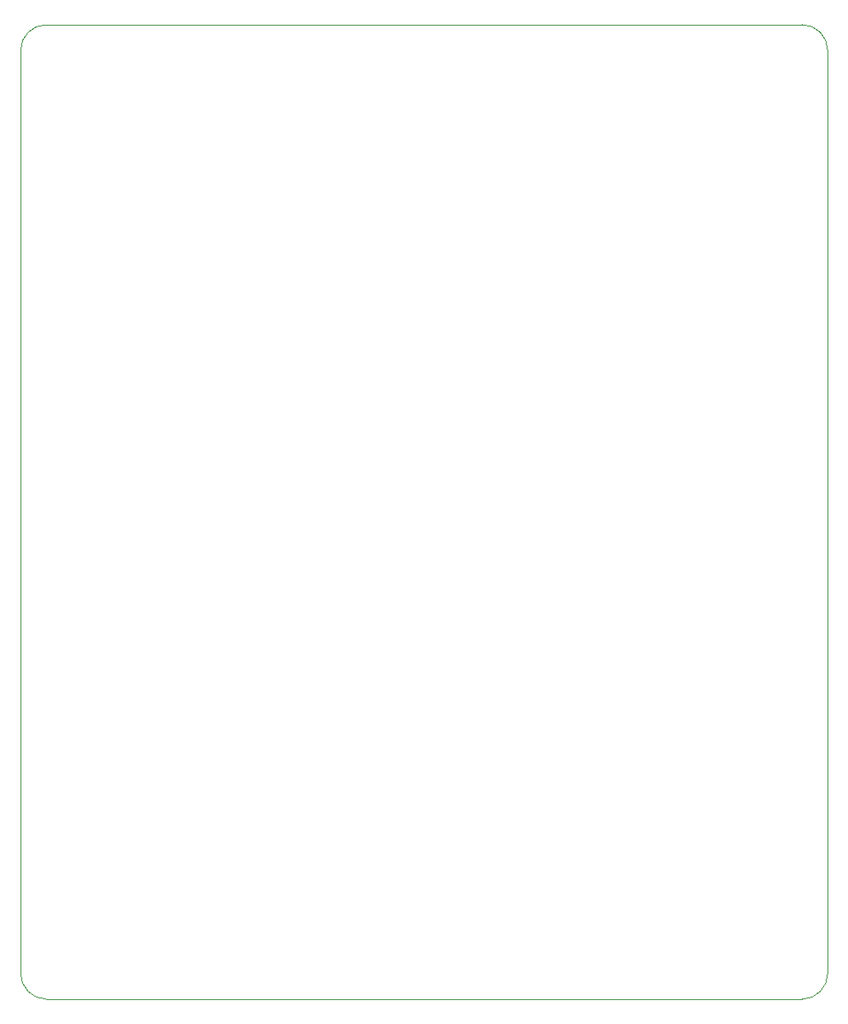
<source format=gbr>
%TF.GenerationSoftware,KiCad,Pcbnew,(6.0.5)*%
%TF.CreationDate,2022-05-29T20:54:02+08:00*%
%TF.ProjectId,keyboard,6b657962-6f61-4726-942e-6b696361645f,rev?*%
%TF.SameCoordinates,Original*%
%TF.FileFunction,Profile,NP*%
%FSLAX46Y46*%
G04 Gerber Fmt 4.6, Leading zero omitted, Abs format (unit mm)*
G04 Created by KiCad (PCBNEW (6.0.5)) date 2022-05-29 20:54:02*
%MOMM*%
%LPD*%
G01*
G04 APERTURE LIST*
%TA.AperFunction,Profile*%
%ADD10C,0.100000*%
%TD*%
G04 APERTURE END LIST*
D10*
X54610000Y-52070000D02*
X54610000Y-143510000D01*
X132080000Y-49530000D02*
X57150000Y-49530000D01*
X134620000Y-143510000D02*
X134620000Y-52070000D01*
X57150000Y-146050000D02*
X132080000Y-146050000D01*
X54610000Y-143510000D02*
G75*
G03*
X57150000Y-146050000I2540000J0D01*
G01*
X132080000Y-146050000D02*
G75*
G03*
X134620000Y-143510000I0J2540000D01*
G01*
X134620000Y-52070000D02*
G75*
G03*
X132080000Y-49530000I-2540000J0D01*
G01*
X57150000Y-49530000D02*
G75*
G03*
X54610000Y-52070000I0J-2540000D01*
G01*
M02*

</source>
